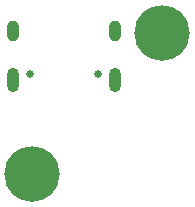
<source format=gbr>
%TF.GenerationSoftware,KiCad,Pcbnew,9.0.1*%
%TF.CreationDate,2025-11-25T19:28:09-05:00*%
%TF.ProjectId,USBCAdapter,55534243-4164-4617-9074-65722e6b6963,rev?*%
%TF.SameCoordinates,Original*%
%TF.FileFunction,Soldermask,Bot*%
%TF.FilePolarity,Negative*%
%FSLAX46Y46*%
G04 Gerber Fmt 4.6, Leading zero omitted, Abs format (unit mm)*
G04 Created by KiCad (PCBNEW 9.0.1) date 2025-11-25 19:28:09*
%MOMM*%
%LPD*%
G01*
G04 APERTURE LIST*
%ADD10C,4.700000*%
%ADD11C,0.650000*%
%ADD12O,1.000000X2.100000*%
%ADD13O,1.000000X1.800000*%
G04 APERTURE END LIST*
D10*
%TO.C,H2*%
X56000000Y-55000000D03*
%TD*%
D11*
%TO.C,J1*%
X61596461Y-46519823D03*
X55816461Y-46519823D03*
D12*
X63026461Y-47039823D03*
D13*
X63026461Y-42839823D03*
D12*
X54386461Y-47039823D03*
D13*
X54386461Y-42839823D03*
%TD*%
D10*
%TO.C,H1*%
X67000000Y-43000000D03*
%TD*%
M02*

</source>
